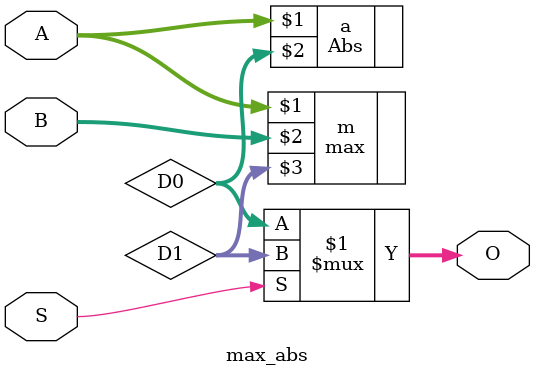
<source format=v>
module max_abs(A,B,S,O);
input [4:0] A,B;
input S;
output [4:0] O;

	wire [4:0] D1,D0;
	max m(A,B,D1);
	Abs a(A,D0);
	assign O = S ? D1 : D0;
	
endmodule
</source>
